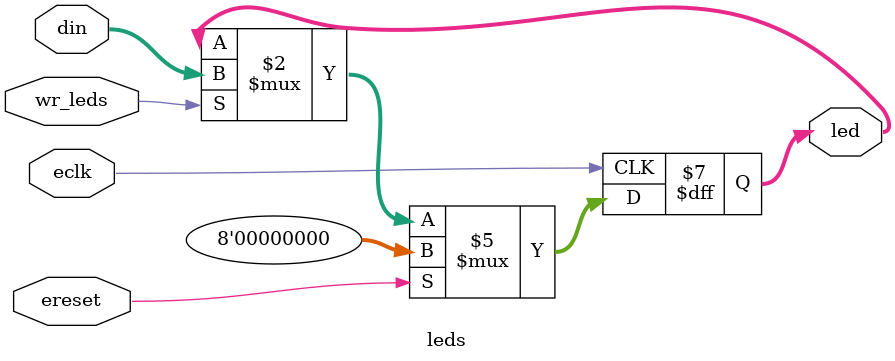
<source format=v>

module system(
  input clk_50mhz,
  output [7:0] led,
  input rs232_dce_rxd,
  output rs232_dce_txd
);

  wire [15:0] ab;
  wire [7:0] db_i;
  wire [7:0] db_o;
  wire [7:0] db_t;  // not yet properly set by the 6502 model; instead use rw for the three-state enable for all db pins

// create an emulation clock from clk_50mhz

  wire eclk, ereset;

  clock_and_reset _clk(clk_50mhz, eclk, ereset);

// synthesize the 6502 external clock and reset

  wire res, clk0;

  clocks_6502 _clocks_6502(eclk,ereset, res, clk0);

  wire so = 1'b0;
  wire rdy = 1'b1;
  wire nmi = 1'b1;
  wire irq = 1'b1;

// instantiate the 6502 model

  chip_6502 _chip_6502(eclk, ereset,
    ab[0], ab[1], ab[2], ab[3], ab[4], ab[5], ab[6], ab[7], ab[8], ab[9], ab[10], ab[11], ab[12], ab[13], ab[14], ab[15],
    db_i[0], db_o[0], db_t[0], db_i[1], db_o[1], db_t[1], db_i[2], db_o[2], db_t[2], db_i[3], db_o[3], db_t[3], 
    db_i[4], db_o[4], db_t[4], db_i[5], db_o[5], db_t[5], db_i[6], db_o[6], db_t[6], db_i[7], db_o[7], db_t[7], 
    res, rw, sync, so, clk0, clk1out, clk2out, rdy, nmi, irq);

// address decoding

  wire [7:0] keyboard_data;
  wire keyboard_flag;
  wire [7:0] display_data;
  wire display_ready;
  wire [7:0] db_rom;
  wire [7:0] db_ram;

  wire [3:0] page = ab[15:12];
  assign db_i =
    (page==4'he || page==4'hf) ? db_rom :
    (ab[15]==1'b0) ? db_ram :
    (ab==16'hd010) ? {1'b1,keyboard_data[6:0]} :
    (ab==16'hd011) ? {keyboard_flag,7'd0} :
    ((ab==16'hd012)||(ab==16'hd0f2)) ? {!display_ready,display_data[6:0]} : 8'd0;

// I/O strobes

  reg clk2out1;
  always @(posedge eclk)
    clk2out1 <= clk2out;

  wire wr = !rw & clk2out1 & !clk2out;
  wire rd = rw & clk2out1 & !clk2out;

  wire wr_ram = (ab[15]==1'b0) && wr;
  wire rd_keyboard = (ab==16'hd010) && rd;
  wire wr_display = ((ab==16'hd012)||(ab==16'hd0f2)) && wr;
  wire wr_leds = (ab==16'ha000) && wr;

// ROM

  rom_6502 _rom_6502(eclk, ereset,
    ab, db_rom);

// RAM

  ram_6502 _ram_6502(eclk, ereset,
    ab, db_ram, wr_ram, db_o);

// RS-232 transceiver

  wire [7:0] rx_data;
  wire rx_flag;
  wire rx_ack;
  wire [7:0] tx_data;
  wire tx_flag;
  wire tx_wr;

  uart _uart(eclk, ereset,
    rs232_dce_rxd, rs232_dce_txd,
    rx_data, rx_flag, rx_ack,
    tx_data, tx_flag, tx_wr);

// Apple 1 keyboard

  keyboard_6502 _keyboard_6502(eclk, ereset,
    rx_data, rx_flag, rx_ack,
    rd_keyboard, keyboard_data, keyboard_flag);

// Apple 1 display

  display_6502 _display_6502(eclk, ereset,
    tx_data, tx_flag, tx_wr,
    wr_display, db_o, display_data, display_ready);

// on-board LEDs

  leds _leds(eclk, ereset,
    led,
    wr_leds, db_o);

endmodule

//
// SoC peripherals
//

module keyboard_6502(
  input eclk,ereset,
  input [7:0] rx_data,
  input rx_flag,
  output rx_ack,
  input rd_keyboard,
  output [7:0] keyboard_data,
  output keyboard_flag
);

  assign rx_ack = rd_keyboard;
  assign keyboard_data = {rx_data[7:6],rx_data[6] ? 1'b0 : rx_data[5],rx_data[4:0]};  // force incoming keyboard data to upper case
  assign keyboard_flag = rx_flag;

endmodule

module display_6502(
  input eclk,ereset,
  output [7:0] tx_data,
  input tx_flag,
  output reg tx_wr,
  input wr_display,
  input [7:0] db_o,
  output reg [7:0] display_data,
  output display_ready
);

  assign tx_data = {1'b0,display_data[6:0]};

  always @(posedge eclk)
    if (ereset)
      tx_wr <= 0;
    else
      tx_wr <= wr_display;

  always @(posedge eclk)
    if (ereset)
      display_data <= 0;
    else if (wr_display)
      display_data <= db_o;

  assign display_ready = tx_flag;

endmodule

//
// Generate an emulation clock and an internally generated synchronous reset.
// For now just use the board's native 50 MHz; later can use a DCM to multiply up
// to something higher.
//

module clock_and_reset(
  input clk_50mhz,
  output eclk,
  output ereset
);

  wire _clk_50mhz;
  wire clk_5625mhz;

  IBUFG i0(.I(clk_50mhz), .O(_clk_50mhz));
  dcm_fx #(9,8) _dcm(_clk_50mhz, clk_5625mhz);
  BUFG b0(.I(clk_5625mhz), .O(eclk));

  reg [7:0] r = 8'd0;

  always @(posedge eclk)
    r <= {r[6:0], 1'b1};

  assign ereset = ~r[7];

endmodule

module dcm_fx(
  input clk_in,
  output clk_out
);

  parameter N = 2;
  parameter D = 1;

  DCM_SP #(
   .CLKFX_DIVIDE(D),    // Can be any integer from 1 to 32
   .CLKFX_MULTIPLY(N),  // Can be any integer from 2 to 32
   .STARTUP_WAIT("TRUE")    // Delay configuration DONE until DCM LOCK, TRUE/FALSE
) DCM_SP_inst (
   .CLKFX(clk_out),     // DCM CLK synthesis out (M/D)
   .CLKIN(clk_in)    // Clock input (from IBUFG, BUFG or DCM)
);

endmodule

//
// 32K RAM
//

module ram_6502(
  input eclk,ereset,
  input [15:0] ab,
  output reg [7:0] d,
  input wr,
  input [7:0] din
);

  reg [7:0] mem[0:32767];

  always @(posedge eclk)
    d <= mem[ab[14:0]];

  always @(posedge eclk)
    if (wr)
      mem[ab[14:0]] <= din;

endmodule

//
// 8 LEDs as an output port
//

module leds(
  input eclk, ereset,
  output reg [7:0] led,
  input wr_leds,
  input [7:0] din
);

  always @(posedge eclk)
    if (ereset)
      led <= 0;
    else if (wr_leds)
      led <= din;

endmodule

</source>
